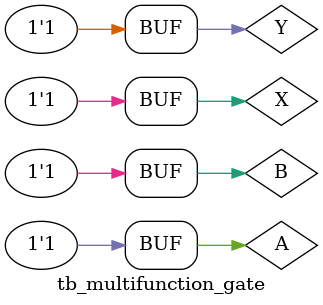
<source format=v>
`timescale 1ns / 1ps


module tb_multifunction_gate();
wire F;
reg A, B, X, Y;

multifunction_gate duu(F,A,B,X,Y);
initial
begin
A = 0;
B = 0;
X = 0;
Y = 0;

#10 A = 0;
B = 1;
#10 A = 1;
B = 0;
#10 A = 1;
B = 1;

#10 X = 0;
Y = 1;
A = 0;
B = 0;
#10 A = 0;
B = 1;
#10 A = 1;
B = 0;
#10 A = 1;
B = 1;

#10 X = 1;
Y = 0;
A = 0;
B = 0;
#10 A = 0;
B = 1;
#10 A = 1;
B = 0;
#10 A = 1;
B = 1;

#10 X = 1;
Y = 1;
A = 0;
B = 0;
#10 A = 0;
B = 1;
#10 A = 1;
B = 0;
#10 A = 1;
B = 1;
end

endmodule

</source>
